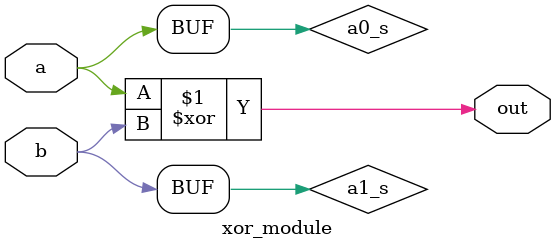
<source format=sv>

module xor_module (
    input a,
    input b,
    output out
);

logic a0_s, a1_s;

assign a0_s = a;
assign a1_s = b;
assign out = a0_s ^ a1_s;
    
endmodule
</source>
